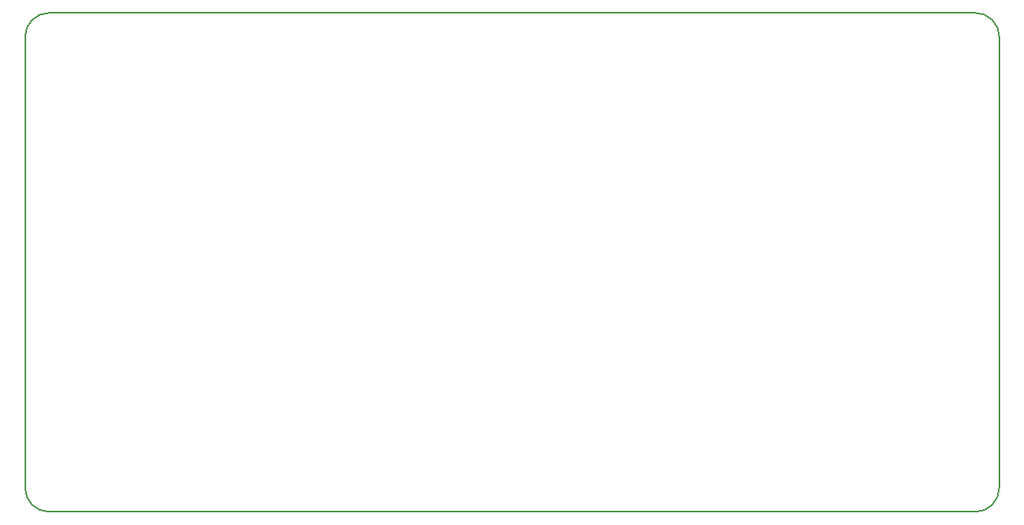
<source format=gbp>
%FSLAX25Y25*%
%MOIN*%
G70*
G01*
G75*
G04 Layer_Color=128*
%ADD10O,0.06102X0.02165*%
%ADD11R,0.04921X0.01378*%
%ADD12O,0.07087X0.01181*%
%ADD13O,0.01181X0.07087*%
%ADD14R,0.02362X0.03937*%
%ADD15R,0.01772X0.03937*%
%ADD16R,0.07480X0.02835*%
%ADD17R,0.04921X0.07284*%
%ADD18R,0.09843X0.03543*%
%ADD19R,0.00984X0.03150*%
%ADD20R,0.07087X0.11811*%
%ADD21R,0.05118X0.09055*%
%ADD22R,0.07087X0.07480*%
%ADD23R,0.05512X0.06299*%
%ADD24R,0.05315X0.01575*%
%ADD25R,0.07874X0.04724*%
%ADD26R,0.04331X0.12598*%
%ADD27R,0.02953X0.02559*%
%ADD28R,0.02756X0.01969*%
%ADD29R,0.01969X0.02756*%
%ADD30R,0.05906X0.05118*%
%ADD31R,0.02362X0.01969*%
%ADD32R,0.02559X0.02953*%
%ADD33R,0.01969X0.02362*%
%ADD34C,0.00600*%
%ADD35C,0.01000*%
%ADD36C,0.01500*%
%ADD37C,0.02000*%
%ADD38C,0.03000*%
%ADD39C,0.06000*%
%ADD40C,0.05906*%
%ADD41C,0.03937*%
%ADD42C,0.02400*%
%ADD43C,0.04000*%
%ADD44C,0.06400*%
G04:AMPARAMS|DCode=45|XSize=80mil|YSize=80mil|CornerRadius=0mil|HoleSize=0mil|Usage=FLASHONLY|Rotation=0.000|XOffset=0mil|YOffset=0mil|HoleType=Round|Shape=Relief|Width=8mil|Gap=10mil|Entries=4|*
%AMTHD45*
7,0,0,0.08000,0.06000,0.00800,45*
%
%ADD45THD45*%
%ADD46C,0.09400*%
%ADD47C,0.14900*%
G04:AMPARAMS|DCode=48|XSize=50mil|YSize=50mil|CornerRadius=0mil|HoleSize=0mil|Usage=FLASHONLY|Rotation=0.000|XOffset=0mil|YOffset=0mil|HoleType=Round|Shape=Relief|Width=8mil|Gap=10mil|Entries=4|*
%AMTHD48*
7,0,0,0.05000,0.03000,0.00800,45*
%
%ADD48THD48*%
%ADD49C,0.03400*%
%ADD50C,0.00984*%
%ADD51C,0.02362*%
%ADD52C,0.00787*%
%ADD53C,0.00394*%
%ADD54O,0.06702X0.02765*%
%ADD55R,0.05521X0.01978*%
%ADD56O,0.07687X0.01781*%
%ADD57O,0.01781X0.07687*%
%ADD58R,0.02962X0.04537*%
%ADD59R,0.02372X0.04537*%
%ADD60R,0.08080X0.03435*%
%ADD61R,0.05521X0.07883*%
%ADD62R,0.10394X0.04095*%
%ADD63R,0.01535X0.03701*%
%ADD64R,0.07687X0.12411*%
%ADD65R,0.05718X0.09655*%
%ADD66R,0.07687X0.08080*%
%ADD67R,0.06112X0.06899*%
%ADD68R,0.05915X0.02175*%
%ADD69R,0.08474X0.05324*%
%ADD70R,0.04931X0.13198*%
%ADD71R,0.03553X0.03159*%
%ADD72R,0.03356X0.02569*%
%ADD73R,0.02569X0.03356*%
%ADD74R,0.06506X0.05718*%
%ADD75R,0.02962X0.02569*%
%ADD76R,0.03159X0.03553*%
%ADD77R,0.02569X0.02962*%
%ADD78C,0.06600*%
%ADD79C,0.06506*%
%ADD80C,0.04537*%
%ADD81C,0.00300*%
%ADD82C,0.03000*%
D34*
X800Y10400D02*
G03*
X10800Y400I10000J0D01*
G01*
Y210400D02*
G03*
X800Y200400I0J-10000D01*
G01*
X410800D02*
G03*
X400800Y210400I-10000J0D01*
G01*
Y400D02*
G03*
X410800Y10400I0J10000D01*
G01*
X800D02*
Y200400D01*
X10800Y400D02*
X400800D01*
X410800Y10400D02*
Y200400D01*
X10800Y210400D02*
X400800D01*
M02*

</source>
